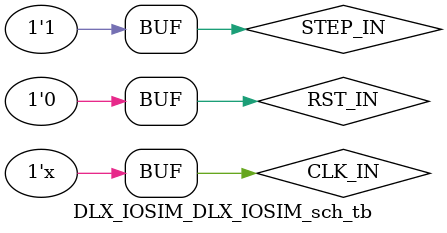
<source format=v>

`timescale 1ns / 1ps

module DLX_IOSIM_DLX_IOSIM_sch_tb();

// Inputs
   reg CLK_IN;
   reg RST_IN;
   reg STEP_IN;

// Output
   wire main_ack;
   wire [31:0] mem_data;
   wire M_wr_n_0;
   wire M_wr_n_1;
   wire core_1_ack;
   wire core_0_ack;
   wire M_wr_n_out;
   wire M_as_n_out;
   wire M_as_n_0;
   wire shared_0_o;
   wire IN_INIT_0;
   wire M_as_n_1;
   wire shared_1_o;
   wire IN_INIT_1;
   wire [68:0] transaction_1;
   wire [68:0] transaction_0;
   wire [68:0] main_bus;

// Bidirs

// Instantiate the UUT
   DLX_IOSIM UUT (
		.main_ack(main_ack), 
		.mem_data(mem_data), 
		.M_wr_n_0(M_wr_n_0), 
		.M_wr_n_1(M_wr_n_1), 
		.core_1_ack(core_1_ack), 
		.core_0_ack(core_0_ack), 
		.M_wr_n_out(M_wr_n_out), 
		.M_as_n_out(M_as_n_out), 
		.M_as_n_0(M_as_n_0), 
		.shared_0_o(shared_0_o), 
		.IN_INIT_0(IN_INIT_0), 
		.M_as_n_1(M_as_n_1), 
		.shared_1_o(shared_1_o), 
		.IN_INIT_1(IN_INIT_1), 
		.transaction_1(transaction_1), 
		.transaction_0(transaction_0), 
		.main_bus(main_bus), 
		.CLK_IN(CLK_IN), 
		.RST_IN(RST_IN), 
		.STEP_IN(STEP_IN)
   );
// Initialize Inputs
   		initial
		CLK_IN = 0;
		always #5 CLK_IN = ~CLK_IN;
		
		// Initialize Inputs
      initial begin
		STEP_IN = 0;
		CLK_IN = 0;
		RST_IN = 0;
		#41;
		
		// System set
		RST_IN = 1; 
		#100;
		RST_IN = 0;
		#60;
		
		// Reset test
		STEP_IN = 1;
		#300;
		STEP_IN = 0;
		#20;	
		RST_IN = 1;
		#40;
		RST_IN = 0;
		#40;

		// Start Execution
		STEP_IN = 1;
		#400;
		STEP_IN = 0; 
		#200;
		STEP_IN = 1;
		#20;
		STEP_IN = 0;
		#100;
		STEP_IN = 1;

		end

endmodule


</source>
